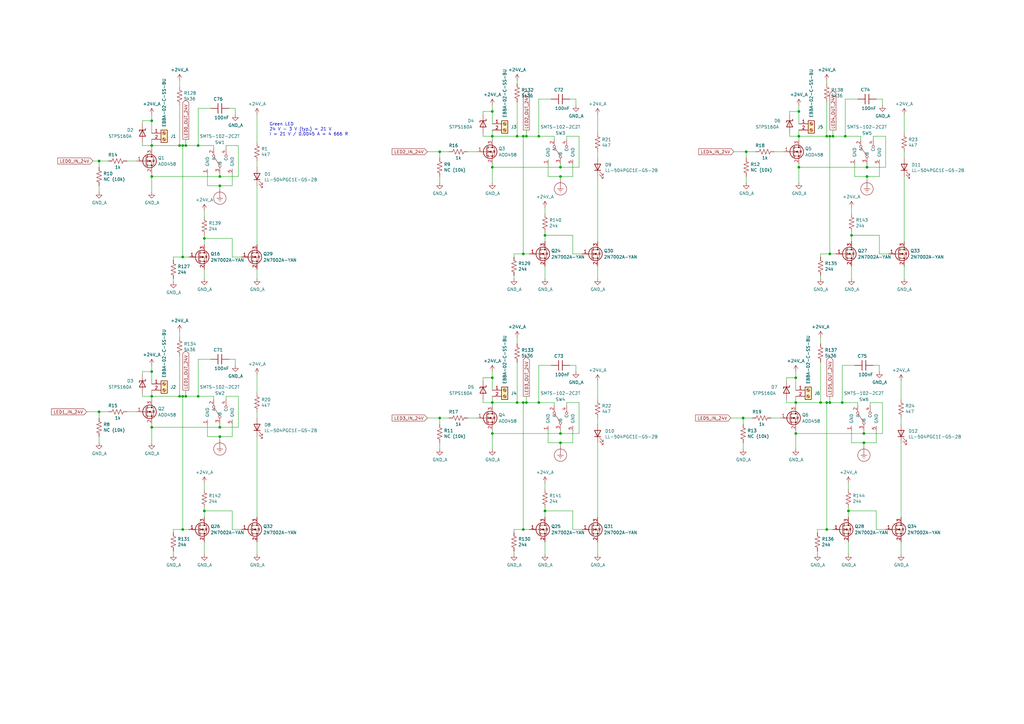
<source format=kicad_sch>
(kicad_sch (version 20230121) (generator eeschema)
  (paper "A3")
  (title_block (title "Outputs - switches 1-6") (date "2023-07-15") (rev "v2.0") (company "Roman Labovsky (roman-labovsky.cz)"))
  (junction (at 355.6 72.39))
  (junction (at 201.93 45.72))
  (junction (at 345.44 165.1))
  (junction (at 180.34 62.23))
  (junction (at 326.39 177.8))
  (junction (at 201.93 177.8))
  (junction (at 306.07 62.23))
  (junction (at 340.36 165.1))
  (junction (at 340.36 55.88))
  (junction (at 339.09 55.88))
  (junction (at 73.66 59.69))
  (junction (at 201.93 165.1))
  (junction (at 62.23 59.69))
  (junction (at 83.82 97.79))
  (junction (at 212.09 55.88))
  (junction (at 201.93 154.94))
  (junction (at 212.09 165.1))
  (junction (at 347.98 209.55))
  (junction (at 62.23 162.56))
  (junction (at 215.9 165.1))
  (junction (at 81.28 59.69))
  (junction (at 304.8 171.45))
  (junction (at 229.87 72.39))
  (junction (at 223.52 96.52))
  (junction (at 229.87 177.8))
  (junction (at 180.34 171.45))
  (junction (at 229.87 68.58))
  (junction (at 73.66 162.56))
  (junction (at 81.28 162.56))
  (junction (at 339.09 165.1))
  (junction (at 90.17 179.07))
  (junction (at 90.17 72.39))
  (junction (at 214.63 55.88))
  (junction (at 346.71 55.88))
  (junction (at 74.93 217.17))
  (junction (at 327.66 68.58))
  (junction (at 62.23 175.26))
  (junction (at 327.66 55.88))
  (junction (at 349.25 96.52))
  (junction (at 354.33 181.61))
  (junction (at 229.87 181.61))
  (junction (at 214.63 104.14))
  (junction (at 62.23 72.39))
  (junction (at 340.36 104.14))
  (junction (at 201.93 55.88))
  (junction (at 74.93 59.69))
  (junction (at 326.39 165.1))
  (junction (at 220.98 55.88))
  (junction (at 214.63 217.17))
  (junction (at 327.66 45.72))
  (junction (at 201.93 68.58))
  (junction (at 40.64 168.91))
  (junction (at 62.23 49.53))
  (junction (at 214.63 165.1))
  (junction (at 62.23 152.4))
  (junction (at 90.17 76.2))
  (junction (at 223.52 209.55))
  (junction (at 341.63 55.88))
  (junction (at 76.2 59.69))
  (junction (at 339.09 217.17))
  (junction (at 74.93 105.41))
  (junction (at 215.9 55.88))
  (junction (at 354.33 177.8))
  (junction (at 74.93 162.56))
  (junction (at 336.55 165.1))
  (junction (at 355.6 68.58))
  (junction (at 326.39 154.94))
  (junction (at 90.17 175.26))
  (junction (at 40.64 66.04))
  (junction (at 83.82 209.55))
  (junction (at 76.2 162.56))
  (junction (at 220.98 165.1))
  (wire (pts (xy 336.55 104.14) (xy 340.36 104.14)))
  (wire (pts (xy 229.87 72.39) (xy 234.95 72.39)))
  (wire (pts (xy 359.41 181.61) (xy 359.41 176.53)))
  (wire (pts (xy 95.25 105.41) (xy 99.06 105.41)))
  (wire (pts (xy 62.23 152.4) (xy 62.23 157.48)))
  (wire (pts (xy 358.14 149.86) (xy 360.68 149.86)))
  (wire (pts (xy 322.58 165.1) (xy 322.58 163.83)))
  (wire (pts (xy 92.71 59.69) (xy 92.71 60.96)))
  (wire (pts (xy 58.42 162.56) (xy 58.42 161.29)))
  (wire (pts (xy 198.12 55.88) (xy 198.12 54.61)))
  (wire (pts (xy 180.34 171.45) (xy 180.34 173.99)))
  (wire (pts (xy 223.52 96.52) (xy 234.95 96.52)))
  (wire (pts (xy 71.12 227.33) (xy 71.12 226.06)))
  (wire (pts (xy 326.39 165.1) (xy 322.58 165.1)))
  (wire (pts (xy 326.39 165.1) (xy 326.39 166.37)))
  (wire (pts (xy 201.93 55.88) (xy 198.12 55.88)))
  (wire (pts (xy 347.98 212.09) (xy 347.98 209.55)))
  (wire (pts (xy 85.09 76.2) (xy 90.17 76.2)))
  (wire (pts (xy 81.28 162.56) (xy 81.28 147.32)))
  (wire (pts (xy 90.17 179.07) (xy 95.25 179.07)))
  (wire (pts (xy 73.66 135.89) (xy 73.66 138.43)))
  (wire (pts (xy 62.23 181.61) (xy 62.23 175.26)))
  (wire (pts (xy 180.34 184.15) (xy 180.34 181.61)))
  (wire (pts (xy 90.17 180.34) (xy 90.17 179.07)))
  (wire (pts (xy 369.57 173.99) (xy 369.57 171.45)))
  (wire (pts (xy 212.09 41.91) (xy 212.09 55.88)))
  (wire (pts (xy 58.42 50.8) (xy 58.42 49.53)))
  (wire (pts (xy 347.98 209.55) (xy 359.41 209.55)))
  (wire (pts (xy 370.84 54.61) (xy 370.84 46.99)))
  (wire (pts (xy 306.07 62.23) (xy 306.07 64.77)))
  (wire (pts (xy 52.07 168.91) (xy 55.88 168.91)))
  (wire (pts (xy 210.82 217.17) (xy 214.63 217.17)))
  (wire (pts (xy 232.41 165.1) (xy 232.41 166.37)))
  (wire (pts (xy 201.93 68.58) (xy 229.87 68.58)))
  (wire (pts (xy 354.33 177.8) (xy 361.95 177.8)))
  (wire (pts (xy 210.82 114.3) (xy 210.82 113.03)))
  (wire (pts (xy 306.07 74.93) (xy 306.07 72.39)))
  (wire (pts (xy 233.68 40.64) (xy 236.22 40.64)))
  (wire (pts (xy 201.93 165.1) (xy 201.93 166.37)))
  (wire (pts (xy 76.2 162.56) (xy 81.28 162.56)))
  (wire (pts (xy 210.82 217.17) (xy 210.82 218.44)))
  (wire (pts (xy 76.2 59.69) (xy 81.28 59.69)))
  (wire (pts (xy 336.55 114.3) (xy 336.55 113.03)))
  (wire (pts (xy 354.33 181.61) (xy 359.41 181.61)))
  (wire (pts (xy 360.68 149.86) (xy 360.68 152.4)))
  (wire (pts (xy 74.93 59.69) (xy 74.93 105.41)))
  (wire (pts (xy 201.93 165.1) (xy 198.12 165.1)))
  (wire (pts (xy 340.36 55.88) (xy 340.36 104.14)))
  (wire (pts (xy 85.09 173.99) (xy 85.09 179.07)))
  (wire (pts (xy 58.42 49.53) (xy 62.23 49.53)))
  (wire (pts (xy 90.17 72.39) (xy 97.79 72.39)))
  (wire (pts (xy 96.52 44.45) (xy 96.52 46.99)))
  (wire (pts (xy 339.09 165.1) (xy 340.36 165.1)))
  (wire (pts (xy 220.98 40.64) (xy 226.06 40.64)))
  (wire (pts (xy 245.11 173.99) (xy 245.11 171.45)))
  (wire (pts (xy 227.33 166.37) (xy 227.33 165.1)))
  (wire (pts (xy 40.64 66.04) (xy 38.1 66.04)))
  (wire (pts (xy 83.82 97.79) (xy 83.82 96.52)))
  (wire (pts (xy 62.23 149.86) (xy 62.23 152.4)))
  (wire (pts (xy 73.66 59.69) (xy 74.93 59.69)))
  (wire (pts (xy 76.2 160.02) (xy 76.2 162.56)))
  (wire (pts (xy 198.12 154.94) (xy 201.93 154.94)))
  (wire (pts (xy 234.95 181.61) (xy 234.95 176.53)))
  (wire (pts (xy 87.63 60.96) (xy 87.63 59.69)))
  (wire (pts (xy 346.71 55.88) (xy 346.71 40.64)))
  (wire (pts (xy 327.66 55.88) (xy 327.66 57.15)))
  (wire (pts (xy 83.82 209.55) (xy 95.25 209.55)))
  (wire (pts (xy 323.85 45.72) (xy 327.66 45.72)))
  (wire (pts (xy 236.22 40.64) (xy 236.22 43.18)))
  (wire (pts (xy 224.79 67.31) (xy 224.79 72.39)))
  (wire (pts (xy 40.64 78.74) (xy 40.64 76.2)))
  (wire (pts (xy 81.28 147.32) (xy 86.36 147.32)))
  (wire (pts (xy 95.25 209.55) (xy 95.25 217.17)))
  (wire (pts (xy 105.41 161.29) (xy 105.41 153.67)))
  (wire (pts (xy 71.12 105.41) (xy 71.12 106.68)))
  (wire (pts (xy 229.87 73.66) (xy 229.87 72.39)))
  (wire (pts (xy 316.23 171.45) (xy 320.04 171.45)))
  (wire (pts (xy 355.6 67.31) (xy 355.6 68.58)))
  (wire (pts (xy 339.09 55.88) (xy 340.36 55.88)))
  (wire (pts (xy 350.52 72.39) (xy 355.6 72.39)))
  (wire (pts (xy 175.26 171.45) (xy 180.34 171.45)))
  (wire (pts (xy 359.41 40.64) (xy 361.95 40.64)))
  (wire (pts (xy 237.49 165.1) (xy 232.41 165.1)))
  (wire (pts (xy 345.44 165.1) (xy 345.44 149.86)))
  (wire (pts (xy 237.49 55.88) (xy 232.41 55.88)))
  (wire (pts (xy 220.98 55.88) (xy 220.98 40.64)))
  (wire (pts (xy 306.07 62.23) (xy 309.88 62.23)))
  (wire (pts (xy 360.68 104.14) (xy 364.49 104.14)))
  (wire (pts (xy 359.41 209.55) (xy 359.41 217.17)))
  (wire (pts (xy 340.36 165.1) (xy 345.44 165.1)))
  (wire (pts (xy 95.25 76.2) (xy 95.25 71.12)))
  (wire (pts (xy 233.68 149.86) (xy 236.22 149.86)))
  (wire (pts (xy 220.98 55.88) (xy 227.33 55.88)))
  (wire (pts (xy 336.55 148.59) (xy 336.55 165.1)))
  (wire (pts (xy 349.25 99.06) (xy 349.25 96.52)))
  (wire (pts (xy 234.95 209.55) (xy 234.95 217.17)))
  (wire (pts (xy 215.9 162.56) (xy 215.9 165.1)))
  (wire (pts (xy 77.47 217.17) (xy 74.93 217.17)))
  (wire (pts (xy 223.52 99.06) (xy 223.52 96.52)))
  (wire (pts (xy 327.66 55.88) (xy 339.09 55.88)))
  (wire (pts (xy 232.41 55.88) (xy 232.41 57.15)))
  (wire (pts (xy 71.12 115.57) (xy 71.12 114.3)))
  (wire (pts (xy 83.82 212.09) (xy 83.82 209.55)))
  (wire (pts (xy 212.09 165.1) (xy 214.63 165.1)))
  (wire (pts (xy 76.2 57.15) (xy 76.2 59.69)))
  (wire (pts (xy 81.28 59.69) (xy 87.63 59.69)))
  (wire (pts (xy 345.44 149.86) (xy 350.52 149.86)))
  (wire (pts (xy 198.12 156.21) (xy 198.12 154.94)))
  (wire (pts (xy 223.52 114.3) (xy 223.52 109.22)))
  (wire (pts (xy 201.93 53.34) (xy 201.93 55.88)))
  (wire (pts (xy 369.57 181.61) (xy 369.57 212.09)))
  (wire (pts (xy 90.17 173.99) (xy 90.17 175.26)))
  (wire (pts (xy 198.12 165.1) (xy 198.12 163.83)))
  (wire (pts (xy 341.63 53.34) (xy 341.63 55.88)))
  (wire (pts (xy 201.93 43.18) (xy 201.93 45.72)))
  (wire (pts (xy 220.98 149.86) (xy 226.06 149.86)))
  (wire (pts (xy 62.23 162.56) (xy 58.42 162.56)))
  (wire (pts (xy 201.93 152.4) (xy 201.93 154.94)))
  (wire (pts (xy 95.25 179.07) (xy 95.25 173.99)))
  (wire (pts (xy 214.63 55.88) (xy 215.9 55.88)))
  (wire (pts (xy 370.84 64.77) (xy 370.84 62.23)))
  (wire (pts (xy 327.66 43.18) (xy 327.66 45.72)))
  (wire (pts (xy 212.09 148.59) (xy 212.09 165.1)))
  (wire (pts (xy 81.28 44.45) (xy 86.36 44.45)))
  (wire (pts (xy 214.63 55.88) (xy 214.63 104.14)))
  (wire (pts (xy 349.25 114.3) (xy 349.25 109.22)))
  (wire (pts (xy 212.09 138.43) (xy 212.09 140.97)))
  (wire (pts (xy 356.87 165.1) (xy 356.87 166.37)))
  (wire (pts (xy 40.64 66.04) (xy 44.45 66.04)))
  (wire (pts (xy 354.33 182.88) (xy 354.33 181.61)))
  (wire (pts (xy 326.39 162.56) (xy 326.39 165.1)))
  (wire (pts (xy 355.6 72.39) (xy 360.68 72.39)))
  (wire (pts (xy 62.23 175.26) (xy 62.23 173.99)))
  (wire (pts (xy 212.09 55.88) (xy 214.63 55.88)))
  (wire (pts (xy 210.82 227.33) (xy 210.82 226.06)))
  (wire (pts (xy 105.41 76.2) (xy 105.41 100.33)))
  (wire (pts (xy 349.25 87.63) (xy 349.25 85.09)))
  (wire (pts (xy 105.41 68.58) (xy 105.41 66.04)))
  (wire (pts (xy 85.09 179.07) (xy 90.17 179.07)))
  (wire (pts (xy 105.41 227.33) (xy 105.41 222.25)))
  (wire (pts (xy 85.09 71.12) (xy 85.09 76.2)))
  (wire (pts (xy 215.9 53.34) (xy 215.9 55.88)))
  (wire (pts (xy 201.93 177.8) (xy 229.87 177.8)))
  (wire (pts (xy 201.93 55.88) (xy 212.09 55.88)))
  (wire (pts (xy 105.41 179.07) (xy 105.41 212.09)))
  (wire (pts (xy 223.52 87.63) (xy 223.52 85.09)))
  (wire (pts (xy 201.93 74.93) (xy 201.93 68.58)))
  (wire (pts (xy 349.25 96.52) (xy 349.25 95.25)))
  (wire (pts (xy 224.79 181.61) (xy 229.87 181.61)))
  (wire (pts (xy 40.64 181.61) (xy 40.64 179.07)))
  (wire (pts (xy 62.23 160.02) (xy 62.23 162.56)))
  (wire (pts (xy 92.71 162.56) (xy 92.71 163.83)))
  (wire (pts (xy 234.95 104.14) (xy 238.76 104.14)))
  (wire (pts (xy 83.82 97.79) (xy 95.25 97.79)))
  (wire (pts (xy 62.23 57.15) (xy 62.23 59.69)))
  (wire (pts (xy 74.93 105.41) (xy 71.12 105.41)))
  (wire (pts (xy 191.77 171.45) (xy 195.58 171.45)))
  (wire (pts (xy 304.8 184.15) (xy 304.8 181.61)))
  (wire (pts (xy 201.93 177.8) (xy 201.93 176.53)))
  (wire (pts (xy 327.66 55.88) (xy 323.85 55.88)))
  (wire (pts (xy 83.82 88.9) (xy 83.82 86.36)))
  (wire (pts (xy 350.52 67.31) (xy 350.52 72.39)))
  (wire (pts (xy 234.95 217.17) (xy 238.76 217.17)))
  (wire (pts (xy 198.12 46.99) (xy 198.12 45.72)))
  (wire (pts (xy 361.95 165.1) (xy 361.95 177.8)))
  (wire (pts (xy 224.79 72.39) (xy 229.87 72.39)))
  (wire (pts (xy 214.63 165.1) (xy 214.63 217.17)))
  (wire (pts (xy 229.87 177.8) (xy 237.49 177.8)))
  (wire (pts (xy 93.98 44.45) (xy 96.52 44.45)))
  (wire (pts (xy 62.23 46.99) (xy 62.23 49.53)))
  (wire (pts (xy 335.28 217.17) (xy 339.09 217.17)))
  (wire (pts (xy 201.93 154.94) (xy 201.93 160.02)))
  (wire (pts (xy 304.8 171.45) (xy 308.61 171.45)))
  (wire (pts (xy 369.57 163.83) (xy 369.57 156.21)))
  (wire (pts (xy 90.17 175.26) (xy 97.79 175.26)))
  (wire (pts (xy 52.07 66.04) (xy 55.88 66.04)))
  (wire (pts (xy 74.93 59.69) (xy 76.2 59.69)))
  (wire (pts (xy 369.57 227.33) (xy 369.57 222.25)))
  (wire (pts (xy 346.71 55.88) (xy 353.06 55.88)))
  (wire (pts (xy 201.93 165.1) (xy 212.09 165.1)))
  (wire (pts (xy 97.79 162.56) (xy 92.71 162.56)))
  (wire (pts (xy 245.11 163.83) (xy 245.11 156.21)))
  (wire (pts (xy 74.93 162.56) (xy 76.2 162.56)))
  (wire (pts (xy 93.98 147.32) (xy 96.52 147.32)))
  (wire (pts (xy 359.41 217.17) (xy 363.22 217.17)))
  (wire (pts (xy 237.49 165.1) (xy 237.49 177.8)))
  (wire (pts (xy 40.64 66.04) (xy 40.64 68.58)))
  (wire (pts (xy 201.93 55.88) (xy 201.93 57.15)))
  (wire (pts (xy 90.17 77.47) (xy 90.17 76.2)))
  (wire (pts (xy 97.79 59.69) (xy 97.79 72.39)))
  (wire (pts (xy 73.66 33.02) (xy 73.66 35.56)))
  (wire (pts (xy 349.25 96.52) (xy 360.68 96.52)))
  (wire (pts (xy 58.42 153.67) (xy 58.42 152.4)))
  (wire (pts (xy 326.39 184.15) (xy 326.39 177.8)))
  (wire (pts (xy 83.82 100.33) (xy 83.82 97.79)))
  (wire (pts (xy 339.09 41.91) (xy 339.09 55.88)))
  (wire (pts (xy 201.93 162.56) (xy 201.93 165.1)))
  (wire (pts (xy 175.26 62.23) (xy 180.34 62.23)))
  (wire (pts (xy 360.68 72.39) (xy 360.68 67.31)))
  (wire (pts (xy 62.23 59.69) (xy 73.66 59.69)))
  (wire (pts (xy 83.82 227.33) (xy 83.82 222.25)))
  (wire (pts (xy 234.95 96.52) (xy 234.95 104.14)))
  (wire (pts (xy 327.66 68.58) (xy 355.6 68.58)))
  (wire (pts (xy 40.64 168.91) (xy 44.45 168.91)))
  (wire (pts (xy 40.64 168.91) (xy 40.64 171.45)))
  (wire (pts (xy 349.25 181.61) (xy 354.33 181.61)))
  (wire (pts (xy 198.12 45.72) (xy 201.93 45.72)))
  (wire (pts (xy 97.79 162.56) (xy 97.79 175.26)))
  (wire (pts (xy 73.66 43.18) (xy 73.66 59.69)))
  (wire (pts (xy 83.82 200.66) (xy 83.82 198.12)))
  (wire (pts (xy 335.28 217.17) (xy 335.28 218.44)))
  (wire (pts (xy 214.63 217.17) (xy 217.17 217.17)))
  (wire (pts (xy 327.66 68.58) (xy 327.66 67.31)))
  (wire (pts (xy 77.47 105.41) (xy 74.93 105.41)))
  (wire (pts (xy 191.77 62.23) (xy 195.58 62.23)))
  (wire (pts (xy 180.34 62.23) (xy 180.34 64.77)))
  (wire (pts (xy 223.52 96.52) (xy 223.52 95.25)))
  (wire (pts (xy 340.36 55.88) (xy 341.63 55.88)))
  (wire (pts (xy 180.34 74.93) (xy 180.34 72.39)))
  (wire (pts (xy 300.99 62.23) (xy 306.07 62.23)))
  (wire (pts (xy 336.55 165.1) (xy 339.09 165.1)))
  (wire (pts (xy 62.23 49.53) (xy 62.23 54.61)))
  (wire (pts (xy 327.66 53.34) (xy 327.66 55.88)))
  (wire (pts (xy 223.52 212.09) (xy 223.52 209.55)))
  (wire (pts (xy 245.11 114.3) (xy 245.11 109.22)))
  (wire (pts (xy 341.63 55.88) (xy 346.71 55.88)))
  (wire (pts (xy 323.85 55.88) (xy 323.85 54.61)))
  (wire (pts (xy 245.11 227.33) (xy 245.11 222.25)))
  (wire (pts (xy 229.87 67.31) (xy 229.87 68.58)))
  (wire (pts (xy 351.79 166.37) (xy 351.79 165.1)))
  (wire (pts (xy 201.93 45.72) (xy 201.93 50.8)))
  (wire (pts (xy 71.12 217.17) (xy 71.12 218.44)))
  (wire (pts (xy 361.95 40.64) (xy 361.95 43.18)))
  (wire (pts (xy 327.66 74.93) (xy 327.66 68.58)))
  (wire (pts (xy 90.17 71.12) (xy 90.17 72.39)))
  (wire (pts (xy 339.09 33.02) (xy 339.09 34.29)))
  (wire (pts (xy 95.25 217.17) (xy 99.06 217.17)))
  (wire (pts (xy 349.25 176.53) (xy 349.25 181.61)))
  (wire (pts (xy 215.9 55.88) (xy 220.98 55.88)))
  (wire (pts (xy 83.82 114.3) (xy 83.82 110.49)))
  (wire (pts (xy 236.22 149.86) (xy 236.22 152.4)))
  (wire (pts (xy 336.55 104.14) (xy 336.55 105.41)))
  (wire (pts (xy 327.66 45.72) (xy 327.66 50.8)))
  (wire (pts (xy 347.98 209.55) (xy 347.98 208.28)))
  (wire (pts (xy 210.82 104.14) (xy 210.82 105.41)))
  (wire (pts (xy 58.42 59.69) (xy 58.42 58.42)))
  (wire (pts (xy 73.66 146.05) (xy 73.66 162.56)))
  (wire (pts (xy 105.41 58.42) (xy 105.41 46.99)))
  (wire (pts (xy 223.52 209.55) (xy 234.95 209.55)))
  (wire (pts (xy 87.63 163.83) (xy 87.63 162.56)))
  (wire (pts (xy 62.23 175.26) (xy 90.17 175.26)))
  (wire (pts (xy 353.06 57.15) (xy 353.06 55.88)))
  (wire (pts (xy 83.82 209.55) (xy 83.82 208.28)))
  (wire (pts (xy 347.98 200.66) (xy 347.98 198.12)))
  (wire (pts (xy 229.87 181.61) (xy 234.95 181.61)))
  (wire (pts (xy 90.17 76.2) (xy 95.25 76.2)))
  (wire (pts (xy 62.23 72.39) (xy 90.17 72.39)))
  (wire (pts (xy 326.39 177.8) (xy 354.33 177.8)))
  (wire (pts (xy 74.93 162.56) (xy 74.93 217.17)))
  (wire (pts (xy 97.79 59.69) (xy 92.71 59.69)))
  (wire (pts (xy 62.23 59.69) (xy 58.42 59.69)))
  (wire (pts (xy 245.11 54.61) (xy 245.11 46.99)))
  (wire (pts (xy 336.55 138.43) (xy 336.55 140.97)))
  (wire (pts (xy 299.72 171.45) (xy 304.8 171.45)))
  (wire (pts (xy 229.87 176.53) (xy 229.87 177.8)))
  (wire (pts (xy 339.09 165.1) (xy 339.09 217.17)))
  (wire (pts (xy 73.66 162.56) (xy 74.93 162.56)))
  (wire (pts (xy 95.25 97.79) (xy 95.25 105.41)))
  (wire (pts (xy 322.58 156.21) (xy 322.58 154.94)))
  (wire (pts (xy 201.93 184.15) (xy 201.93 177.8)))
  (wire (pts (xy 354.33 176.53) (xy 354.33 177.8)))
  (wire (pts (xy 81.28 59.69) (xy 81.28 44.45)))
  (wire (pts (xy 62.23 59.69) (xy 62.23 60.96)))
  (wire (pts (xy 326.39 165.1) (xy 336.55 165.1)))
  (wire (pts (xy 340.36 162.56) (xy 340.36 165.1)))
  (wire (pts (xy 62.23 162.56) (xy 62.23 163.83)))
  (wire (pts (xy 229.87 68.58) (xy 237.49 68.58)))
  (wire (pts (xy 335.28 227.33) (xy 335.28 226.06)))
  (wire (pts (xy 245.11 72.39) (xy 245.11 99.06)))
  (wire (pts (xy 345.44 165.1) (xy 351.79 165.1)))
  (wire (pts (xy 340.36 104.14) (xy 342.9 104.14)))
  (wire (pts (xy 326.39 154.94) (xy 326.39 160.02)))
  (wire (pts (xy 223.52 209.55) (xy 223.52 208.28)))
  (wire (pts (xy 96.52 147.32) (xy 96.52 149.86)))
  (wire (pts (xy 62.23 162.56) (xy 73.66 162.56)))
  (wire (pts (xy 304.8 171.45) (xy 304.8 173.99)))
  (wire (pts (xy 223.52 227.33) (xy 223.52 222.25)))
  (wire (pts (xy 220.98 165.1) (xy 220.98 149.86)))
  (wire (pts (xy 214.63 104.14) (xy 217.17 104.14)))
  (wire (pts (xy 74.93 217.17) (xy 71.12 217.17)))
  (wire (pts (xy 322.58 154.94) (xy 326.39 154.94)))
  (wire (pts (xy 370.84 114.3) (xy 370.84 109.22)))
  (wire (pts (xy 237.49 55.88) (xy 237.49 68.58)))
  (wire (pts (xy 363.22 55.88) (xy 358.14 55.88)))
  (wire (pts (xy 229.87 182.88) (xy 229.87 181.61)))
  (wire (pts (xy 245.11 64.77) (xy 245.11 62.23)))
  (wire (pts (xy 35.56 168.91) (xy 40.64 168.91)))
  (wire (pts (xy 346.71 40.64) (xy 351.79 40.64)))
  (wire (pts (xy 105.41 171.45) (xy 105.41 168.91)))
  (wire (pts (xy 358.14 55.88) (xy 358.14 57.15)))
  (wire (pts (xy 105.41 114.3) (xy 105.41 110.49)))
  (wire (pts (xy 210.82 104.14) (xy 214.63 104.14)))
  (wire (pts (xy 363.22 55.88) (xy 363.22 68.58)))
  (wire (pts (xy 215.9 165.1) (xy 220.98 165.1)))
  (wire (pts (xy 220.98 165.1) (xy 227.33 165.1)))
  (wire (pts (xy 180.34 171.45) (xy 184.15 171.45)))
  (wire (pts (xy 180.34 62.23) (xy 184.15 62.23)))
  (wire (pts (xy 361.95 165.1) (xy 356.87 165.1)))
  (wire (pts (xy 81.28 162.56) (xy 87.63 162.56)))
  (wire (pts (xy 339.09 217.17) (xy 341.63 217.17)))
  (wire (pts (xy 62.23 72.39) (xy 62.23 71.12)))
  (wire (pts (xy 234.95 72.39) (xy 234.95 67.31)))
  (wire (pts (xy 227.33 57.15) (xy 227.33 55.88)))
  (wire (pts (xy 317.5 62.23) (xy 321.31 62.23)))
  (wire (pts (xy 323.85 46.99) (xy 323.85 45.72)))
  (wire (pts (xy 355.6 73.66) (xy 355.6 72.39)))
  (wire (pts (xy 212.09 34.29) (xy 212.09 33.02)))
  (wire (pts (xy 245.11 212.09) (xy 245.11 181.61)))
  (wire (pts (xy 347.98 227.33) (xy 347.98 222.25)))
  (wire (pts (xy 224.79 176.53) (xy 224.79 181.61)))
  (wire (pts (xy 201.93 68.58) (xy 201.93 67.31)))
  (wire (pts (xy 370.84 99.06) (xy 370.84 72.39)))
  (wire (pts (xy 355.6 68.58) (xy 363.22 68.58)))
  (wire (pts (xy 326.39 177.8) (xy 326.39 176.53)))
  (wire (pts (xy 360.68 96.52) (xy 360.68 104.14)))
  (wire (pts (xy 62.23 78.74) (xy 62.23 72.39)))
  (wire (pts (xy 223.52 200.66) (xy 223.52 198.12)))
  (wire (pts (xy 214.63 165.1) (xy 215.9 165.1)))
  (wire (pts (xy 58.42 152.4) (xy 62.23 152.4)))
  (wire (pts (xy 326.39 152.4) (xy 326.39 154.94)))
  (text "Green LED\n24 V - 3 V (typ.) = 21 V\nI = 21 V / 0.0045 A = 4 666 R\n" (at 110.49 55.88 0) (effects (font (size 1.27 1.27)) (justify left bottom)))
  (global_label "LED2_IN_24V" (shape input) (at 175.26 62.23 180) (property "Intersheetrefs" "${INTERSHEET_REFS}" (effects hide)))
  (global_label "LED5_IN_24V" (shape input) (at 299.72 171.45 180) (property "Intersheetrefs" "${INTERSHEET_REFS}" (effects hide)))
  (global_label "LED2_OUT_24V" (shape output) (at 215.9 53.34 90) (property "Intersheetrefs" "${INTERSHEET_REFS}" (effects hide)))
  (global_label "LED1_IN_24V" (shape input) (at 35.56 168.91 180) (property "Intersheetrefs" "${INTERSHEET_REFS}" (effects hide)))
  (global_label "LED1_OUT_24V" (shape output) (at 76.2 160.02 90) (property "Intersheetrefs" "${INTERSHEET_REFS}" (effects hide)))
  (global_label "LED3_OUT_24V" (shape output) (at 215.9 162.56 90) (property "Intersheetrefs" "${INTERSHEET_REFS}" (effects hide)))
  (global_label "LED3_IN_24V" (shape input) (at 175.26 171.45 180) (property "Intersheetrefs" "${INTERSHEET_REFS}" (effects hide)))
  (global_label "LED5_OUT_24V" (shape output) (at 340.36 162.56 90) (property "Intersheetrefs" "${INTERSHEET_REFS}" (effects hide)))
  (global_label "LED4_IN_24V" (shape input) (at 300.99 62.23 180) (property "Intersheetrefs" "${INTERSHEET_REFS}" (effects hide)))
  (global_label "LED4_OUT_24V" (shape output) (at 341.63 53.34 90) (property "Intersheetrefs" "${INTERSHEET_REFS}" (effects hide)))
  (global_label "LED0_OUT_24V" (shape output) (at 76.2 57.15 90) (property "Intersheetrefs" "${INTERSHEET_REFS}" (effects hide)))
  (global_label "LED0_IN_24V" (shape input) (at 38.1 66.04 180) (property "Intersheetrefs" "${INTERSHEET_REFS}" (effects hide)))
  (symbol (lib_id "connector_rl:1x2_screw_term_block") (at 67.31 158.75 0) (unit 1)
    (property "Reference" "J2" (at 69.85 158.75 0) (effects (justify left)))
    (property "Value" "EBBA-02-C-SS-BU" (at 67.31 154.94 90) (effects (justify left)))
    (property "Footprint" "terminal_block_tht_rl:EBBA-02-C-SS-BU" (effects hide))
  )
  (symbol (lib_id "passive_component_rl:resistor_us") (at 40.64 175.26 270) (unit 1)
    (property "Reference" "R8" (at 42.3672 174.0916 90) (effects (justify left)))
    (property "Value" "NC (10k)" (at 42.3672 176.403 90) (effects (justify left)))
    (property "Footprint" "resistor_smd_rl:r_1206" (effects hide))
  )
  (symbol (lib_id "passive_component_rl:resistor_us") (at 105.41 165.1 270) (unit 1)
    (property "Reference" "R20" (at 107.1372 163.9316 90) (effects (justify left)))
    (property "Value" "4k7" (at 107.1372 166.243 90) (effects (justify left)))
    (property "Footprint" "resistor_smd_rl:r_1206" (effects hide))
  )
  (symbol (lib_id "diode_rl:LED") (at 105.41 175.26 90) (unit 1)
    (property "Reference" "D8" (at 108.4072 174.2694 90) (effects (justify right)))
    (property "Value" "LL-504PGC1E-G5-2B" (at 108.4072 176.5808 90) (effects (justify right)))
    (property "Footprint" "led_tht_rl:led_d5mm_2.54mm" (effects hide))
  )
  (symbol (lib_id "power_rl:GND_A") (at 40.64 181.61 0) (unit 1)
    (property "Reference" "#PWR0102" (effects hide))
    (property "Value" "GND_A" (at 40.767 186.0042 0))
  )
  (symbol (lib_id "power_rl:Earth_Protective") (at 90.17 180.34 0) (unit 1)
    (property "Reference" "#PWR0103" (effects hide))
    (property "Value" "Earth_Protective" (effects hide))
  )
  (symbol (lib_id "power_rl:+24V_A") (at 62.23 149.86 0) (unit 1)
    (property "Reference" "#PWR0104" (effects hide))
    (property "Value" "+24V_A" (at 62.23 145.4658 0))
  )
  (symbol (lib_id "power_rl:GND_A") (at 62.23 181.61 0) (unit 1)
    (property "Reference" "#PWR0105" (effects hide))
    (property "Value" "GND_A" (at 62.357 186.0042 0))
  )
  (symbol (lib_id "power_rl:+24V_A") (at 105.41 153.67 0) (unit 1)
    (property "Reference" "#PWR0106" (effects hide))
    (property "Value" "+24V_A" (at 105.41 149.2758 0))
  )
  (symbol (lib_id "switch_rl:SMTS-102-2C2T") (at 90.17 167.64 90) (unit 1)
    (property "Reference" "SW2" (at 90.17 161.29 90))
    (property "Value" "SMTS-102-2C2T" (at 90.17 158.75 90))
    (property "Footprint" "switch_tht_rl:SMTS-102-2C2T" (effects hide))
    (property "Datasheet" "https://www.gme.cz/data/attachments/dsh.631-528.1.pdf" (effects hide))
  )
  (symbol (lib_id "unipolar_transistor_rl:n_mosfet_gsd") (at 62.23 168.91 0) (unit 1)
    (property "Reference" "Q2" (at 64.77 167.64 0) (effects (justify left)))
    (property "Value" "AOD458" (at 64.77 170.18 0) (effects (justify left)))
    (property "Footprint" "package_to_rl:to_252_2" (effects hide))
  )
  (symbol (lib_id "connector_rl:1x2_screw_term_block") (at 207.01 52.07 0) (unit 1)
    (property "Reference" "J3" (at 209.55 52.07 0) (effects (justify left)))
    (property "Value" "EBBA-02-C-SS-BU" (at 207.01 48.26 90) (effects (justify left)))
    (property "Footprint" "terminal_block_tht_rl:EBBA-02-C-SS-BU" (effects hide))
  )
  (symbol (lib_id "passive_component_rl:resistor_us") (at 180.34 68.58 270) (unit 1)
    (property "Reference" "R9" (at 182.0672 67.4116 90) (effects (justify left)))
    (property "Value" "NC (10k)" (at 182.0672 69.723 90) (effects (justify left)))
    (property "Footprint" "resistor_smd_rl:r_1206" (effects hide))
  )
  (symbol (lib_id "passive_component_rl:resistor_us") (at 245.11 58.42 270) (unit 1)
    (property "Reference" "R21" (at 246.8372 57.2516 90) (effects (justify left)))
    (property "Value" "4k7" (at 246.8372 59.563 90) (effects (justify left)))
    (property "Footprint" "resistor_smd_rl:r_1206" (effects hide))
  )
  (symbol (lib_id "diode_rl:LED") (at 245.11 68.58 90) (unit 1)
    (property "Reference" "D9" (at 248.1072 67.5894 90) (effects (justify right)))
    (property "Value" "LL-504PGC1E-G5-2B" (at 248.1072 69.9008 90) (effects (justify right)))
    (property "Footprint" "led_tht_rl:led_d5mm_2.54mm" (effects hide))
  )
  (symbol (lib_id "power_rl:GND_A") (at 180.34 74.93 0) (unit 1)
    (property "Reference" "#PWR0107" (effects hide))
    (property "Value" "GND_A" (at 180.467 79.3242 0))
  )
  (symbol (lib_id "power_rl:Earth_Protective") (at 229.87 73.66 0) (unit 1)
    (property "Reference" "#PWR0108" (effects hide))
    (property "Value" "Earth_Protective" (effects hide))
  )
  (symbol (lib_id "power_rl:+24V_A") (at 201.93 43.18 0) (unit 1)
    (property "Reference" "#PWR0109" (effects hide))
    (property "Value" "+24V_A" (at 201.93 38.7858 0))
  )
  (symbol (lib_id "power_rl:GND_A") (at 201.93 74.93 0) (unit 1)
    (property "Reference" "#PWR0116" (effects hide))
    (property "Value" "GND_A" (at 202.057 79.3242 0))
  )
  (symbol (lib_id "power_rl:+24V_A") (at 245.11 46.99 0) (unit 1)
    (property "Reference" "#PWR0117" (effects hide))
    (property "Value" "+24V_A" (at 245.11 42.5958 0))
  )
  (symbol (lib_id "switch_rl:SMTS-102-2C2T") (at 229.87 60.96 90) (unit 1)
    (property "Reference" "SW3" (at 229.87 54.61 90))
    (property "Value" "SMTS-102-2C2T" (at 229.87 52.07 90))
    (property "Footprint" "switch_tht_rl:SMTS-102-2C2T" (effects hide))
    (property "Datasheet" "https://www.gme.cz/data/attachments/dsh.631-528.1.pdf" (effects hide))
  )
  (symbol (lib_id "unipolar_transistor_rl:n_mosfet_gsd") (at 201.93 62.23 0) (unit 1)
    (property "Reference" "Q3" (at 204.47 60.96 0) (effects (justify left)))
    (property "Value" "AOD458" (at 204.47 63.5 0) (effects (justify left)))
    (property "Footprint" "package_to_rl:to_252_2" (effects hide))
  )
  (symbol (lib_id "connector_rl:1x2_screw_term_block") (at 207.01 161.29 0) (unit 1)
    (property "Reference" "J4" (at 209.55 161.29 0) (effects (justify left)))
    (property "Value" "EBBA-02-C-SS-BU" (at 207.01 157.48 90) (effects (justify left)))
    (property "Footprint" "terminal_block_tht_rl:EBBA-02-C-SS-BU" (effects hide))
  )
  (symbol (lib_id "passive_component_rl:resistor_us") (at 180.34 177.8 270) (unit 1)
    (property "Reference" "R11" (at 182.0672 176.6316 90) (effects (justify left)))
    (property "Value" "NC (10k)" (at 182.0672 178.943 90) (effects (justify left)))
    (property "Footprint" "resistor_smd_rl:r_1206" (effects hide))
  )
  (symbol (lib_id "passive_component_rl:resistor_us") (at 245.11 167.64 270) (unit 1)
    (property "Reference" "R22" (at 246.8372 166.4716 90) (effects (justify left)))
    (property "Value" "4k7" (at 246.8372 168.783 90) (effects (justify left)))
    (property "Footprint" "resistor_smd_rl:r_1206" (effects hide))
  )
  (symbol (lib_id "diode_rl:LED") (at 245.11 177.8 90) (unit 1)
    (property "Reference" "D10" (at 248.1072 176.8094 90) (effects (justify right)))
    (property "Value" "LL-504PGC1E-G5-2B" (at 248.1072 179.1208 90) (effects (justify right)))
    (property "Footprint" "led_tht_rl:led_d5mm_2.54mm" (effects hide))
  )
  (symbol (lib_id "power_rl:GND_A") (at 180.34 184.15 0) (unit 1)
    (property "Reference" "#PWR0118" (effects hide))
    (property "Value" "GND_A" (at 180.467 188.5442 0))
  )
  (symbol (lib_id "power_rl:Earth_Protective") (at 229.87 182.88 0) (unit 1)
    (property "Reference" "#PWR0126" (effects hide))
    (property "Value" "Earth_Protective" (effects hide))
  )
  (symbol (lib_id "power_rl:+24V_A") (at 201.93 152.4 0) (unit 1)
    (property "Reference" "#PWR0127" (effects hide))
    (property "Value" "+24V_A" (at 201.93 148.0058 0))
  )
  (symbol (lib_id "power_rl:GND_A") (at 201.93 184.15 0) (unit 1)
    (property "Reference" "#PWR0128" (effects hide))
    (property "Value" "GND_A" (at 202.057 188.5442 0))
  )
  (symbol (lib_id "power_rl:+24V_A") (at 245.11 156.21 0) (unit 1)
    (property "Reference" "#PWR0129" (effects hide))
    (property "Value" "+24V_A" (at 245.11 151.8158 0))
  )
  (symbol (lib_id "switch_rl:SMTS-102-2C2T") (at 229.87 170.18 90) (unit 1)
    (property "Reference" "SW4" (at 229.87 163.83 90))
    (property "Value" "SMTS-102-2C2T" (at 229.87 161.29 90))
    (property "Footprint" "switch_tht_rl:SMTS-102-2C2T" (effects hide))
    (property "Datasheet" "https://www.gme.cz/data/attachments/dsh.631-528.1.pdf" (effects hide))
  )
  (symbol (lib_id "unipolar_transistor_rl:n_mosfet_gsd") (at 201.93 171.45 0) (unit 1)
    (property "Reference" "Q4" (at 204.47 170.18 0) (effects (justify left)))
    (property "Value" "AOD458" (at 204.47 172.72 0) (effects (justify left)))
    (property "Footprint" "package_to_rl:to_252_2" (effects hide))
  )
  (symbol (lib_id "connector_rl:1x2_screw_term_block") (at 332.74 52.07 0) (unit 1)
    (property "Reference" "J5" (at 335.28 52.07 0) (effects (justify left)))
    (property "Value" "EBBA-02-C-SS-BU" (at 332.74 48.26 90) (effects (justify left)))
    (property "Footprint" "terminal_block_tht_rl:EBBA-02-C-SS-BU" (effects hide))
  )
  (symbol (lib_id "passive_component_rl:resistor_us") (at 306.07 68.58 270) (unit 1)
    (property "Reference" "R12" (at 307.7972 67.4116 90) (effects (justify left)))
    (property "Value" "NC (10k)" (at 307.7972 69.723 90) (effects (justify left)))
    (property "Footprint" "resistor_smd_rl:r_1206" (effects hide))
  )
  (symbol (lib_id "passive_component_rl:resistor_us") (at 370.84 58.42 270) (unit 1)
    (property "Reference" "R23" (at 372.5672 57.2516 90) (effects (justify left)))
    (property "Value" "4k7" (at 372.5672 59.563 90) (effects (justify left)))
    (property "Footprint" "resistor_smd_rl:r_1206" (effects hide))
  )
  (symbol (lib_id "diode_rl:LED") (at 370.84 68.58 90) (unit 1)
    (property "Reference" "D11" (at 373.8372 67.5894 90) (effects (justify right)))
    (property "Value" "LL-504PGC1E-G5-2B" (at 373.8372 69.9008 90) (effects (justify right)))
    (property "Footprint" "led_tht_rl:led_d5mm_2.54mm" (effects hide))
  )
  (symbol (lib_id "power_rl:GND_A") (at 306.07 74.93 0) (unit 1)
    (property "Reference" "#PWR0130" (effects hide))
    (property "Value" "GND_A" (at 306.197 79.3242 0))
  )
  (symbol (lib_id "power_rl:Earth_Protective") (at 355.6 73.66 0) (unit 1)
    (property "Reference" "#PWR0131" (effects hide))
    (property "Value" "Earth_Protective" (effects hide))
  )
  (symbol (lib_id "power_rl:+24V_A") (at 327.66 43.18 0) (unit 1)
    (property "Reference" "#PWR0132" (effects hide))
    (property "Value" "+24V_A" (at 327.66 38.7858 0))
  )
  (symbol (lib_id "power_rl:GND_A") (at 327.66 74.93 0) (unit 1)
    (property "Reference" "#PWR0133" (effects hide))
    (property "Value" "GND_A" (at 327.787 79.3242 0))
  )
  (symbol (lib_id "power_rl:+24V_A") (at 370.84 46.99 0) (unit 1)
    (property "Reference" "#PWR0140" (effects hide))
    (property "Value" "+24V_A" (at 370.84 42.5958 0))
  )
  (symbol (lib_id "switch_rl:SMTS-102-2C2T") (at 355.6 60.96 90) (unit 1)
    (property "Reference" "SW5" (at 355.6 54.61 90))
    (property "Value" "SMTS-102-2C2T" (at 355.6 52.07 90))
    (property "Footprint" "switch_tht_rl:SMTS-102-2C2T" (effects hide))
    (property "Datasheet" "https://www.gme.cz/data/attachments/dsh.631-528.1.pdf" (effects hide))
  )
  (symbol (lib_id "unipolar_transistor_rl:n_mosfet_gsd") (at 327.66 62.23 0) (unit 1)
    (property "Reference" "Q5" (at 330.2 60.96 0) (effects (justify left)))
    (property "Value" "AOD458" (at 330.2 63.5 0) (effects (justify left)))
    (property "Footprint" "package_to_rl:to_252_2" (effects hide))
  )
  (symbol (lib_id "connector_rl:1x2_screw_term_block") (at 331.47 161.29 0) (unit 1)
    (property "Reference" "J6" (at 334.01 161.29 0) (effects (justify left)))
    (property "Value" "EBBA-02-C-SS-BU" (at 331.47 157.48 90) (effects (justify left)))
    (property "Footprint" "terminal_block_tht_rl:EBBA-02-C-SS-BU" (effects hide))
  )
  (symbol (lib_id "passive_component_rl:resistor_us") (at 304.8 177.8 270) (unit 1)
    (property "Reference" "R13" (at 306.5272 176.6316 90) (effects (justify left)))
    (property "Value" "NC (10k)" (at 306.5272 178.943 90) (effects (justify left)))
    (property "Footprint" "resistor_smd_rl:r_1206" (effects hide))
  )
  (symbol (lib_id "passive_component_rl:resistor_us") (at 369.57 167.64 270) (unit 1)
    (property "Reference" "R24" (at 371.2972 166.4716 90) (effects (justify left)))
    (property "Value" "4k7" (at 371.2972 168.783 90) (effects (justify left)))
    (property "Footprint" "resistor_smd_rl:r_1206" (effects hide))
  )
  (symbol (lib_id "diode_rl:LED") (at 369.57 177.8 90) (unit 1)
    (property "Reference" "D12" (at 372.5672 176.8094 90) (effects (justify right)))
    (property "Value" "LL-504PGC1E-G5-2B" (at 372.5672 179.1208 90) (effects (justify right)))
    (property "Footprint" "led_tht_rl:led_d5mm_2.54mm" (effects hide))
  )
  (symbol (lib_id "power_rl:GND_A") (at 304.8 184.15 0) (unit 1)
    (property "Reference" "#PWR0141" (effects hide))
    (property "Value" "GND_A" (at 304.927 188.5442 0))
  )
  (symbol (lib_id "power_rl:Earth_Protective") (at 354.33 182.88 0) (unit 1)
    (property "Reference" "#PWR0142" (effects hide))
    (property "Value" "Earth_Protective" (effects hide))
  )
  (symbol (lib_id "power_rl:+24V_A") (at 326.39 152.4 0) (unit 1)
    (property "Reference" "#PWR0143" (effects hide))
    (property "Value" "+24V_A" (at 326.39 148.0058 0))
  )
  (symbol (lib_id "power_rl:GND_A") (at 326.39 184.15 0) (unit 1)
    (property "Reference" "#PWR0144" (effects hide))
    (property "Value" "GND_A" (at 326.517 188.5442 0))
  )
  (symbol (lib_id "power_rl:+24V_A") (at 369.57 156.21 0) (unit 1)
    (property "Reference" "#PWR0145" (effects hide))
    (property "Value" "+24V_A" (at 369.57 151.8158 0))
  )
  (symbol (lib_id "switch_rl:SMTS-102-2C2T") (at 354.33 170.18 90) (unit 1)
    (property "Reference" "SW6" (at 354.33 163.83 90))
    (property "Value" "SMTS-102-2C2T" (at 354.33 161.29 90))
    (property "Footprint" "switch_tht_rl:SMTS-102-2C2T" (effects hide))
    (property "Datasheet" "https://www.gme.cz/data/attachments/dsh.631-528.1.pdf" (effects hide))
  )
  (symbol (lib_id "unipolar_transistor_rl:n_mosfet_gsd") (at 326.39 171.45 0) (unit 1)
    (property "Reference" "Q6" (at 328.93 170.18 0) (effects (justify left)))
    (property "Value" "AOD458" (at 328.93 172.72 0) (effects (justify left)))
    (property "Footprint" "package_to_rl:to_252_2" (effects hide))
  )
  (symbol (lib_id "passive_component_rl:resistor_us") (at 48.26 168.91 180) (unit 1)
    (property "Reference" "R15" (at 48.26 166.37 0) (effects (justify left)))
    (property "Value" "1k" (at 49.53 171.45 0) (effects (justify left)))
    (property "Footprint" "resistor_smd_rl:r_1206" (effects hide))
  )
  (symbol (lib_id "passive_component_rl:resistor_us") (at 187.96 62.23 180) (unit 1)
    (property "Reference" "R16" (at 187.96 59.69 0) (effects (justify left)))
    (property "Value" "1k" (at 189.23 64.77 0) (effects (justify left)))
    (property "Footprint" "resistor_smd_rl:r_1206" (effects hide))
  )
  (symbol (lib_id "passive_component_rl:resistor_us") (at 187.96 171.45 180) (unit 1)
    (property "Reference" "R17" (at 187.96 168.91 0) (effects (justify left)))
    (property "Value" "1k" (at 189.23 173.99 0) (effects (justify left)))
    (property "Footprint" "resistor_smd_rl:r_1206" (effects hide))
  )
  (symbol (lib_id "passive_component_rl:resistor_us") (at 313.69 62.23 180) (unit 1)
    (property "Reference" "R18" (at 313.69 59.69 0) (effects (justify left)))
    (property "Value" "1k" (at 314.96 64.77 0) (effects (justify left)))
    (property "Footprint" "resistor_smd_rl:r_1206" (effects hide))
  )
  (symbol (lib_id "passive_component_rl:resistor_us") (at 312.42 171.45 180) (unit 1)
    (property "Reference" "R19" (at 312.42 168.91 0) (effects (justify left)))
    (property "Value" "1k" (at 313.69 173.99 0) (effects (justify left)))
    (property "Footprint" "resistor_smd_rl:r_1206" (effects hide))
  )
  (symbol (lib_id "diode_rl:schottky_diode") (at 58.42 157.48 270) (unit 1)
    (property "Reference" "D3" (at 52.07 156.21 90) (effects (justify left)))
    (property "Value" "STPS160A" (at 44.45 158.75 90) (effects (justify left)))
    (property "Footprint" "diode_smd_rl:sma" (effects hide))
  )
  (symbol (lib_id "diode_rl:schottky_diode") (at 198.12 160.02 270) (unit 1)
    (property "Reference" "D5" (at 191.77 158.75 90) (effects (justify left)))
    (property "Value" "STPS160A" (at 184.15 161.29 90) (effects (justify left)))
    (property "Footprint" "diode_smd_rl:sma" (effects hide))
  )
  (symbol (lib_id "diode_rl:schottky_diode") (at 323.85 50.8 270) (unit 1)
    (property "Reference" "D6" (at 317.5 49.53 90) (effects (justify left)))
    (property "Value" "STPS160A" (at 309.88 52.07 90) (effects (justify left)))
    (property "Footprint" "diode_smd_rl:sma" (effects hide))
  )
  (symbol (lib_id "diode_rl:schottky_diode") (at 322.58 160.02 270) (unit 1)
    (property "Reference" "D7" (at 316.23 158.75 90) (effects (justify left)))
    (property "Value" "STPS160A" (at 308.61 161.29 90) (effects (justify left)))
    (property "Footprint" "diode_smd_rl:sma" (effects hide))
  )
  (symbol (lib_id "diode_rl:schottky_diode") (at 198.12 50.8 270) (unit 1)
    (property "Reference" "D4" (at 191.77 49.53 90) (effects (justify left)))
    (property "Value" "STPS160A" (at 184.15 52.07 90) (effects (justify left)))
    (property "Footprint" "diode_smd_rl:sma" (effects hide))
  )
  (symbol (lib_id "passive_component_rl:capacitor") (at 90.17 147.32 180) (unit 1)
    (property "Reference" "C71" (at 91.44 143.51 0) (effects (justify left)))
    (property "Value" "100nF" (at 93.98 151.13 0) (effects (justify left)))
    (property "Footprint" "capacitor_smd_rl:c_1206" (effects hide))
  )
  (symbol (lib_id "power_rl:GND_A") (at 96.52 149.86 0) (unit 1)
    (property "Reference" "#PWR0158" (effects hide))
    (property "Value" "GND_A" (at 96.647 154.2542 0))
  )
  (symbol (lib_id "passive_component_rl:capacitor") (at 229.87 40.64 180) (unit 1)
    (property "Reference" "C72" (at 231.14 36.83 0) (effects (justify left)))
    (property "Value" "100nF" (at 233.68 44.45 0) (effects (justify left)))
    (property "Footprint" "capacitor_smd_rl:c_1206" (effects hide))
  )
  (symbol (lib_id "power_rl:GND_A") (at 236.22 43.18 0) (unit 1)
    (property "Reference" "#PWR0159" (effects hide))
    (property "Value" "GND_A" (at 236.347 47.5742 0))
  )
  (symbol (lib_id "passive_component_rl:capacitor") (at 229.87 149.86 180) (unit 1)
    (property "Reference" "C73" (at 231.14 146.05 0) (effects (justify left)))
    (property "Value" "100nF" (at 233.68 153.67 0) (effects (justify left)))
    (property "Footprint" "capacitor_smd_rl:c_1206" (effects hide))
  )
  (symbol (lib_id "power_rl:GND_A") (at 236.22 152.4 0) (unit 1)
    (property "Reference" "#PWR0160" (effects hide))
    (property "Value" "GND_A" (at 236.347 156.7942 0))
  )
  (symbol (lib_id "passive_component_rl:capacitor") (at 355.6 40.64 180) (unit 1)
    (property "Reference" "C74" (at 356.87 36.83 0) (effects (justify left)))
    (property "Value" "100nF" (at 359.41 44.45 0) (effects (justify left)))
    (property "Footprint" "capacitor_smd_rl:c_1206" (effects hide))
  )
  (symbol (lib_id "power_rl:GND_A") (at 361.95 43.18 0) (unit 1)
    (property "Reference" "#PWR0161" (effects hide))
    (property "Value" "GND_A" (at 362.077 47.5742 0))
  )
  (symbol (lib_id "passive_component_rl:capacitor") (at 354.33 149.86 180) (unit 1)
    (property "Reference" "C75" (at 355.6 146.05 0) (effects (justify left)))
    (property "Value" "100nF" (at 358.14 153.67 0) (effects (justify left)))
    (property "Footprint" "capacitor_smd_rl:c_1206" (effects hide))
  )
  (symbol (lib_id "power_rl:GND_A") (at 360.68 152.4 0) (unit 1)
    (property "Reference" "#PWR0162" (effects hide))
    (property "Value" "GND_A" (at 360.807 156.7942 0))
  )
  (symbol (lib_id "power_rl:GND_A") (at 96.52 46.99 0) (unit 1)
    (property "Reference" "#PWR0163" (effects hide))
    (property "Value" "GND_A" (at 96.647 51.3842 0))
  )
  (symbol (lib_id "passive_component_rl:capacitor") (at 90.17 44.45 180) (unit 1)
    (property "Reference" "C76" (at 91.44 40.64 0) (effects (justify left)))
    (property "Value" "100nF" (at 93.98 48.26 0) (effects (justify left)))
    (property "Footprint" "capacitor_smd_rl:c_1206" (effects hide))
  )
  (symbol (lib_id "diode_rl:schottky_diode") (at 58.42 54.61 270) (unit 1)
    (property "Reference" "D2" (at 52.07 53.34 90) (effects (justify left)))
    (property "Value" "STPS160A" (at 44.45 55.88 90) (effects (justify left)))
    (property "Footprint" "diode_smd_rl:sma" (effects hide))
  )
  (symbol (lib_id "passive_component_rl:resistor_us") (at 48.26 66.04 180) (unit 1)
    (property "Reference" "R14" (at 48.26 63.5 0) (effects (justify left)))
    (property "Value" "1k" (at 49.53 68.58 0) (effects (justify left)))
    (property "Footprint" "resistor_smd_rl:r_1206" (effects hide))
  )
  (symbol (lib_id "unipolar_transistor_rl:n_mosfet_gsd") (at 62.23 66.04 0) (unit 1)
    (property "Reference" "Q1" (at 64.77 64.77 0) (effects (justify left)))
    (property "Value" "AOD458" (at 64.77 67.31 0) (effects (justify left)))
    (property "Footprint" "package_to_rl:to_252_2" (effects hide))
  )
  (symbol (lib_id "switch_rl:SMTS-102-2C2T") (at 90.17 64.77 90) (unit 1)
    (property "Reference" "SW1" (at 90.17 58.42 90))
    (property "Value" "SMTS-102-2C2T" (at 90.17 55.88 90))
    (property "Footprint" "switch_tht_rl:SMTS-102-2C2T" (effects hide))
    (property "Datasheet" "https://www.gme.cz/data/attachments/dsh.631-528.1.pdf" (effects hide))
  )
  (symbol (lib_id "power_rl:+24V_A") (at 105.41 46.99 0) (unit 1)
    (property "Reference" "#PWR0164" (effects hide))
    (property "Value" "+24V_A" (at 105.41 42.5958 0))
  )
  (symbol (lib_id "power_rl:GND_A") (at 62.23 78.74 0) (unit 1)
    (property "Reference" "#PWR0165" (effects hide))
    (property "Value" "GND_A" (at 62.357 83.1342 0))
  )
  (symbol (lib_id "power_rl:+24V_A") (at 62.23 46.99 0) (unit 1)
    (property "Reference" "#PWR0166" (effects hide))
    (property "Value" "+24V_A" (at 62.23 42.5958 0))
  )
  (symbol (lib_id "power_rl:Earth_Protective") (at 90.17 77.47 0) (unit 1)
    (property "Reference" "#PWR0167" (effects hide))
    (property "Value" "Earth_Protective" (effects hide))
  )
  (symbol (lib_id "power_rl:GND_A") (at 40.64 78.74 0) (unit 1)
    (property "Reference" "#PWR0168" (effects hide))
    (property "Value" "GND_A" (at 40.767 83.1342 0))
  )
  (symbol (lib_id "diode_rl:LED") (at 105.41 72.39 90) (unit 1)
    (property "Reference" "D1" (at 108.4072 71.3994 90) (effects (justify right)))
    (property "Value" "LL-504PGC1E-G5-2B" (at 108.4072 73.7108 90) (effects (justify right)))
    (property "Footprint" "led_tht_rl:led_d5mm_2.54mm" (effects hide))
  )
  (symbol (lib_id "passive_component_rl:resistor_us") (at 105.41 62.23 270) (unit 1)
    (property "Reference" "R1" (at 107.1372 61.0616 90) (effects (justify left)))
    (property "Value" "4k7" (at 107.1372 63.373 90) (effects (justify left)))
    (property "Footprint" "resistor_smd_rl:r_1206" (effects hide))
  )
  (symbol (lib_id "passive_component_rl:resistor_us") (at 40.64 72.39 270) (unit 1)
    (property "Reference" "R10" (at 42.3672 71.2216 90) (effects (justify left)))
    (property "Value" "NC (10k)" (at 42.3672 73.533 90) (effects (justify left)))
    (property "Footprint" "resistor_smd_rl:r_1206" (effects hide))
  )
  (symbol (lib_id "connector_rl:1x2_screw_term_block") (at 67.31 55.88 0) (unit 1)
    (property "Reference" "J1" (at 69.85 55.88 0) (effects (justify left)))
    (property "Value" "EBBA-02-C-SS-BU" (at 67.31 52.07 90) (effects (justify left)))
    (property "Footprint" "terminal_block_tht_rl:EBBA-02-C-SS-BU" (effects hide))
  )
  (symbol (lib_id "unipolar_transistor_rl:n_mosfet_gsd") (at 105.41 105.41 0) (unit 1)
    (property "Reference" "Q29" (at 107.95 104.14 0) (effects (justify left)))
    (property "Value" "2N7002A-YAN" (at 107.95 106.68 0) (effects (justify left)))
    (property "Footprint" "package_sot_rl:sot_23" (effects hide))
  )
  (symbol (lib_id "unipolar_transistor_rl:n_mosfet_gsd") (at 83.82 105.41 0) (unit 1)
    (property "Reference" "Q16" (at 86.36 104.14 0) (effects (justify left)))
    (property "Value" "2N7002A-YAN" (at 86.36 106.68 0) (effects (justify left)))
    (property "Footprint" "package_sot_rl:sot_23" (effects hide))
  )
  (symbol (lib_id "passive_component_rl:resistor_us") (at 83.82 92.71 270) (unit 1)
    (property "Reference" "R139" (at 85.5472 91.5416 90) (effects (justify left)))
    (property "Value" "24k" (at 85.5472 93.853 90) (effects (justify left)))
    (property "Footprint" "resistor_smd_rl:r_1206" (effects hide))
  )
  (symbol (lib_id "power_rl:GND_A") (at 83.82 114.3 0) (unit 1)
    (property "Reference" "#PWR0169" (effects hide))
    (property "Value" "GND_A" (at 83.947 118.6942 0))
  )
  (symbol (lib_id "power_rl:GND_A") (at 105.41 114.3 0) (unit 1)
    (property "Reference" "#PWR0170" (effects hide))
    (property "Value" "GND_A" (at 105.537 118.6942 0))
  )
  (symbol (lib_id "power_rl:+24V_A") (at 83.82 86.36 0) (unit 1)
    (property "Reference" "#PWR0171" (effects hide))
    (property "Value" "+24V_A" (at 83.82 81.9658 0))
  )
  (symbol (lib_id "passive_component_rl:resistor_us") (at 73.66 39.37 270) (unit 1)
    (property "Reference" "R128" (at 75.3872 38.2016 90) (effects (justify left)))
    (property "Value" "5k36" (at 75.3872 40.513 90) (effects (justify left)))
    (property "Footprint" "resistor_smd_rl:r_1206" (effects hide))
  )
  (symbol (lib_id "power_rl:+24V_A") (at 73.66 33.02 0) (unit 1)
    (property "Reference" "#PWR0172" (effects hide))
    (property "Value" "+24V_A" (at 73.66 28.6258 0))
  )
  (symbol (lib_id "passive_component_rl:resistor_us") (at 71.12 110.49 270) (unit 1)
    (property "Reference" "R127" (at 72.8472 109.3216 90) (effects (justify left)))
    (property "Value" "24k" (at 72.8472 111.633 90) (effects (justify left)))
    (property "Footprint" "resistor_smd_rl:r_1206" (effects hide))
  )
  (symbol (lib_id "power_rl:GND_A") (at 71.12 115.57 0) (unit 1)
    (property "Reference" "#PWR0173" (effects hide))
    (property "Value" "GND_A" (at 71.247 119.9642 0))
  )
  (symbol (lib_id "unipolar_transistor_rl:n_mosfet_gsd") (at 105.41 217.17 0) (unit 1)
    (property "Reference" "Q32" (at 107.95 215.9 0) (effects (justify left)))
    (property "Value" "2N7002A-YAN" (at 107.95 218.44 0) (effects (justify left)))
    (property "Footprint" "package_sot_rl:sot_23" (effects hide))
  )
  (symbol (lib_id "unipolar_transistor_rl:n_mosfet_gsd") (at 83.82 217.17 0) (unit 1)
    (property "Reference" "Q26" (at 86.36 215.9 0) (effects (justify left)))
    (property "Value" "2N7002A-YAN" (at 86.36 218.44 0) (effects (justify left)))
    (property "Footprint" "package_sot_rl:sot_23" (effects hide))
  )
  (symbol (lib_id "passive_component_rl:resistor_us") (at 83.82 204.47 270) (unit 1)
    (property "Reference" "R142" (at 85.5472 203.3016 90) (effects (justify left)))
    (property "Value" "24k" (at 85.5472 205.613 90) (effects (justify left)))
    (property "Footprint" "resistor_smd_rl:r_1206" (effects hide))
  )
  (symbol (lib_id "power_rl:GND_A") (at 83.82 227.33 0) (unit 1)
    (property "Reference" "#PWR0174" (effects hide))
    (property "Value" "GND_A" (at 83.947 231.7242 0))
  )
  (symbol (lib_id "power_rl:GND_A") (at 105.41 227.33 0) (unit 1)
    (property "Reference" "#PWR0175" (effects hide))
    (property "Value" "GND_A" (at 105.537 231.7242 0))
  )
  (symbol (lib_id "power_rl:+24V_A") (at 83.82 198.12 0) (unit 1)
    (property "Reference" "#PWR0176" (effects hide))
    (property "Value" "+24V_A" (at 83.82 193.7258 0))
  )
  (symbol (lib_id "passive_component_rl:resistor_us") (at 71.12 222.25 270) (unit 1)
    (property "Reference" "R131" (at 72.8472 221.0816 90) (effects (justify left)))
    (property "Value" "24k" (at 72.8472 223.393 90) (effects (justify left)))
    (property "Footprint" "resistor_smd_rl:r_1206" (effects hide))
  )
  (symbol (lib_id "power_rl:GND_A") (at 71.12 227.33 0) (unit 1)
    (property "Reference" "#PWR0177" (effects hide))
    (property "Value" "GND_A" (at 71.247 231.7242 0))
  )
  (symbol (lib_id "passive_component_rl:resistor_us") (at 73.66 142.24 270) (unit 1)
    (property "Reference" "R134" (at 75.3872 141.0716 90) (effects (justify left)))
    (property "Value" "5k36" (at 75.3872 143.383 90) (effects (justify left)))
    (property "Footprint" "resistor_smd_rl:r_1206" (effects hide))
  )
  (symbol (lib_id "power_rl:+24V_A") (at 73.66 135.89 0) (unit 1)
    (property "Reference" "#PWR0178" (effects hide))
    (property "Value" "+24V_A" (at 73.66 131.4958 0))
  )
  (symbol (lib_id "unipolar_transistor_rl:n_mosfet_gsd") (at 245.11 104.14 0) (unit 1)
    (property "Reference" "Q30" (at 247.65 102.87 0) (effects (justify left)))
    (property "Value" "2N7002A-YAN" (at 247.65 105.41 0) (effects (justify left)))
    (property "Footprint" "package_sot_rl:sot_23" (effects hide))
  )
  (symbol (lib_id "unipolar_transistor_rl:n_mosfet_gsd") (at 223.52 104.14 0) (unit 1)
    (property "Reference" "Q24" (at 226.06 102.87 0) (effects (justify left)))
    (property "Value" "2N7002A-YAN" (at 226.06 105.41 0) (effects (justify left)))
    (property "Footprint" "package_sot_rl:sot_23" (effects hide))
  )
  (symbol (lib_id "passive_component_rl:resistor_us") (at 223.52 91.44 270) (unit 1)
    (property "Reference" "R140" (at 225.2472 90.2716 90) (effects (justify left)))
    (property "Value" "24k" (at 225.2472 92.583 90) (effects (justify left)))
    (property "Footprint" "resistor_smd_rl:r_1206" (effects hide))
  )
  (symbol (lib_id "power_rl:GND_A") (at 223.52 114.3 0) (unit 1)
    (property "Reference" "#PWR0179" (effects hide))
    (property "Value" "GND_A" (at 223.647 118.6942 0))
  )
  (symbol (lib_id "power_rl:GND_A") (at 245.11 114.3 0) (unit 1)
    (property "Reference" "#PWR0180" (effects hide))
    (property "Value" "GND_A" (at 245.237 118.6942 0))
  )
  (symbol (lib_id "power_rl:+24V_A") (at 223.52 85.09 0) (unit 1)
    (property "Reference" "#PWR0181" (effects hide))
    (property "Value" "+24V_A" (at 223.52 80.6958 0))
  )
  (symbol (lib_id "passive_component_rl:resistor_us") (at 210.82 109.22 270) (unit 1)
    (property "Reference" "R129" (at 212.5472 108.0516 90) (effects (justify left)))
    (property "Value" "24k" (at 212.5472 110.363 90) (effects (justify left)))
    (property "Footprint" "resistor_smd_rl:r_1206" (effects hide))
  )
  (symbol (lib_id "power_rl:GND_A") (at 210.82 114.3 0) (unit 1)
    (property "Reference" "#PWR0182" (effects hide))
    (property "Value" "GND_A" (at 210.947 118.6942 0))
  )
  (symbol (lib_id "unipolar_transistor_rl:n_mosfet_gsd") (at 245.11 217.17 0) (unit 1)
    (property "Reference" "Q31" (at 247.65 215.9 0) (effects (justify left)))
    (property "Value" "2N7002A-YAN" (at 247.65 218.44 0) (effects (justify left)))
    (property "Footprint" "package_sot_rl:sot_23" (effects hide))
  )
  (symbol (lib_id "unipolar_transistor_rl:n_mosfet_gsd") (at 223.52 217.17 0) (unit 1)
    (property "Reference" "Q25" (at 226.06 215.9 0) (effects (justify left)))
    (property "Value" "2N7002A-YAN" (at 226.06 218.44 0) (effects (justify left)))
    (property "Footprint" "package_sot_rl:sot_23" (effects hide))
  )
  (symbol (lib_id "passive_component_rl:resistor_us") (at 223.52 204.47 270) (unit 1)
    (property "Reference" "R141" (at 225.2472 203.3016 90) (effects (justify left)))
    (property "Value" "24k" (at 225.2472 205.613 90) (effects (justify left)))
    (property "Footprint" "resistor_smd_rl:r_1206" (effects hide))
  )
  (symbol (lib_id "power_rl:GND_A") (at 223.52 227.33 0) (unit 1)
    (property "Reference" "#PWR0183" (effects hide))
    (property "Value" "GND_A" (at 223.647 231.7242 0))
  )
  (symbol (lib_id "power_rl:GND_A") (at 245.11 227.33 0) (unit 1)
    (property "Reference" "#PWR0184" (effects hide))
    (property "Value" "GND_A" (at 245.237 231.7242 0))
  )
  (symbol (lib_id "power_rl:+24V_A") (at 223.52 198.12 0) (unit 1)
    (property "Reference" "#PWR0185" (effects hide))
    (property "Value" "+24V_A" (at 223.52 193.7258 0))
  )
  (symbol (lib_id "passive_component_rl:resistor_us") (at 210.82 222.25 270) (unit 1)
    (property "Reference" "R130" (at 212.5472 221.0816 90) (effects (justify left)))
    (property "Value" "24k" (at 212.5472 223.393 90) (effects (justify left)))
    (property "Footprint" "resistor_smd_rl:r_1206" (effects hide))
  )
  (symbol (lib_id "power_rl:GND_A") (at 210.82 227.33 0) (unit 1)
    (property "Reference" "#PWR0186" (effects hide))
    (property "Value" "GND_A" (at 210.947 231.7242 0))
  )
  (symbol (lib_id "passive_component_rl:resistor_us") (at 212.09 38.1 270) (unit 1)
    (property "Reference" "R132" (at 213.8172 36.9316 90) (effects (justify left)))
    (property "Value" "5k36" (at 213.8172 39.243 90) (effects (justify left)))
    (property "Footprint" "resistor_smd_rl:r_1206" (effects hide))
  )
  (symbol (lib_id "power_rl:+24V_A") (at 212.09 33.02 0) (unit 1)
    (property "Reference" "#PWR0187" (effects hide))
    (property "Value" "+24V_A" (at 212.09 28.6258 0))
  )
  (symbol (lib_id "passive_component_rl:resistor_us") (at 212.09 144.78 270) (unit 1)
    (property "Reference" "R133" (at 213.8172 143.6116 90) (effects (justify left)))
    (property "Value" "5k36" (at 213.8172 145.923 90) (effects (justify left)))
    (property "Footprint" "resistor_smd_rl:r_1206" (effects hide))
  )
  (symbol (lib_id "power_rl:+24V_A") (at 212.09 138.43 0) (unit 1)
    (property "Reference" "#PWR0188" (effects hide))
    (property "Value" "+24V_A" (at 212.09 134.0358 0))
  )
  (symbol (lib_id "passive_component_rl:resistor_us") (at 339.09 38.1 270) (unit 1)
    (property "Reference" "R138" (at 340.8172 36.9316 90) (effects (justify left)))
    (property "Value" "5k36" (at 340.8172 39.243 90) (effects (justify left)))
    (property "Footprint" "resistor_smd_rl:r_1206" (effects hide))
  )
  (symbol (lib_id "power_rl:+24V_A") (at 339.09 33.02 0) (unit 1)
    (property "Reference" "#PWR0189" (effects hide))
    (property "Value" "+24V_A" (at 339.09 28.6258 0))
  )
  (symbol (lib_id "unipolar_transistor_rl:n_mosfet_gsd") (at 370.84 104.14 0) (unit 1)
    (property "Reference" "Q33" (at 373.38 102.87 0) (effects (justify left)))
    (property "Value" "2N7002A-YAN" (at 373.38 105.41 0) (effects (justify left)))
    (property "Footprint" "package_sot_rl:sot_23" (effects hide))
  )
  (symbol (lib_id "unipolar_transistor_rl:n_mosfet_gsd") (at 349.25 104.14 0) (unit 1)
    (property "Reference" "Q27" (at 351.79 102.87 0) (effects (justify left)))
    (property "Value" "2N7002A-YAN" (at 351.79 105.41 0) (effects (justify left)))
    (property "Footprint" "package_sot_rl:sot_23" (effects hide))
  )
  (symbol (lib_id "passive_component_rl:resistor_us") (at 349.25 91.44 270) (unit 1)
    (property "Reference" "R143" (at 350.9772 90.2716 90) (effects (justify left)))
    (property "Value" "24k" (at 350.9772 92.583 90) (effects (justify left)))
    (property "Footprint" "resistor_smd_rl:r_1206" (effects hide))
  )
  (symbol (lib_id "power_rl:GND_A") (at 349.25 114.3 0) (unit 1)
    (property "Reference" "#PWR0190" (effects hide))
    (property "Value" "GND_A" (at 349.377 118.6942 0))
  )
  (symbol (lib_id "power_rl:GND_A") (at 370.84 114.3 0) (unit 1)
    (property "Reference" "#PWR0191" (effects hide))
    (property "Value" "GND_A" (at 370.967 118.6942 0))
  )
  (symbol (lib_id "power_rl:+24V_A") (at 349.25 85.09 0) (unit 1)
    (property "Reference" "#PWR0192" (effects hide))
    (property "Value" "+24V_A" (at 349.25 80.6958 0))
  )
  (symbol (lib_id "passive_component_rl:resistor_us") (at 336.55 109.22 270) (unit 1)
    (property "Reference" "R135" (at 338.2772 108.0516 90) (effects (justify left)))
    (property "Value" "24k" (at 338.2772 110.363 90) (effects (justify left)))
    (property "Footprint" "resistor_smd_rl:r_1206" (effects hide))
  )
  (symbol (lib_id "power_rl:GND_A") (at 336.55 114.3 0) (unit 1)
    (property "Reference" "#PWR0193" (effects hide))
    (property "Value" "GND_A" (at 336.677 118.6942 0))
  )
  (symbol (lib_id "passive_component_rl:resistor_us") (at 336.55 144.78 270) (unit 1)
    (property "Reference" "R137" (at 338.2772 143.6116 90) (effects (justify left)))
    (property "Value" "5k36" (at 338.2772 145.923 90) (effects (justify left)))
    (property "Footprint" "resistor_smd_rl:r_1206" (effects hide))
  )
  (symbol (lib_id "power_rl:+24V_A") (at 336.55 138.43 0) (unit 1)
    (property "Reference" "#PWR0194" (effects hide))
    (property "Value" "+24V_A" (at 336.55 134.0358 0))
  )
  (symbol (lib_id "unipolar_transistor_rl:n_mosfet_gsd") (at 369.57 217.17 0) (unit 1)
    (property "Reference" "Q34" (at 372.11 215.9 0) (effects (justify left)))
    (property "Value" "2N7002A-YAN" (at 372.11 218.44 0) (effects (justify left)))
    (property "Footprint" "package_sot_rl:sot_23" (effects hide))
  )
  (symbol (lib_id "unipolar_transistor_rl:n_mosfet_gsd") (at 347.98 217.17 0) (unit 1)
    (property "Reference" "Q28" (at 350.52 215.9 0) (effects (justify left)))
    (property "Value" "2N7002A-YAN" (at 350.52 218.44 0) (effects (justify left)))
    (property "Footprint" "package_sot_rl:sot_23" (effects hide))
  )
  (symbol (lib_id "passive_component_rl:resistor_us") (at 347.98 204.47 270) (unit 1)
    (property "Reference" "R144" (at 349.7072 203.3016 90) (effects (justify left)))
    (property "Value" "24k" (at 349.7072 205.613 90) (effects (justify left)))
    (property "Footprint" "resistor_smd_rl:r_1206" (effects hide))
  )
  (symbol (lib_id "power_rl:GND_A") (at 347.98 227.33 0) (unit 1)
    (property "Reference" "#PWR0195" (effects hide))
    (property "Value" "GND_A" (at 348.107 231.7242 0))
  )
  (symbol (lib_id "power_rl:GND_A") (at 369.57 227.33 0) (unit 1)
    (property "Reference" "#PWR0196" (effects hide))
    (property "Value" "GND_A" (at 369.697 231.7242 0))
  )
  (symbol (lib_id "power_rl:+24V_A") (at 347.98 198.12 0) (unit 1)
    (property "Reference" "#PWR0197" (effects hide))
    (property "Value" "+24V_A" (at 347.98 193.7258 0))
  )
  (symbol (lib_id "passive_component_rl:resistor_us") (at 335.28 222.25 270) (unit 1)
    (property "Reference" "R136" (at 337.0072 221.0816 90) (effects (justify left)))
    (property "Value" "24k" (at 337.0072 223.393 90) (effects (justify left)))
    (property "Footprint" "resistor_smd_rl:r_1206" (effects hide))
  )
  (symbol (lib_id "power_rl:GND_A") (at 335.28 227.33 0) (unit 1)
    (property "Reference" "#PWR0198" (effects hide))
    (property "Value" "GND_A" (at 335.407 231.7242 0))
  )
)
</source>
